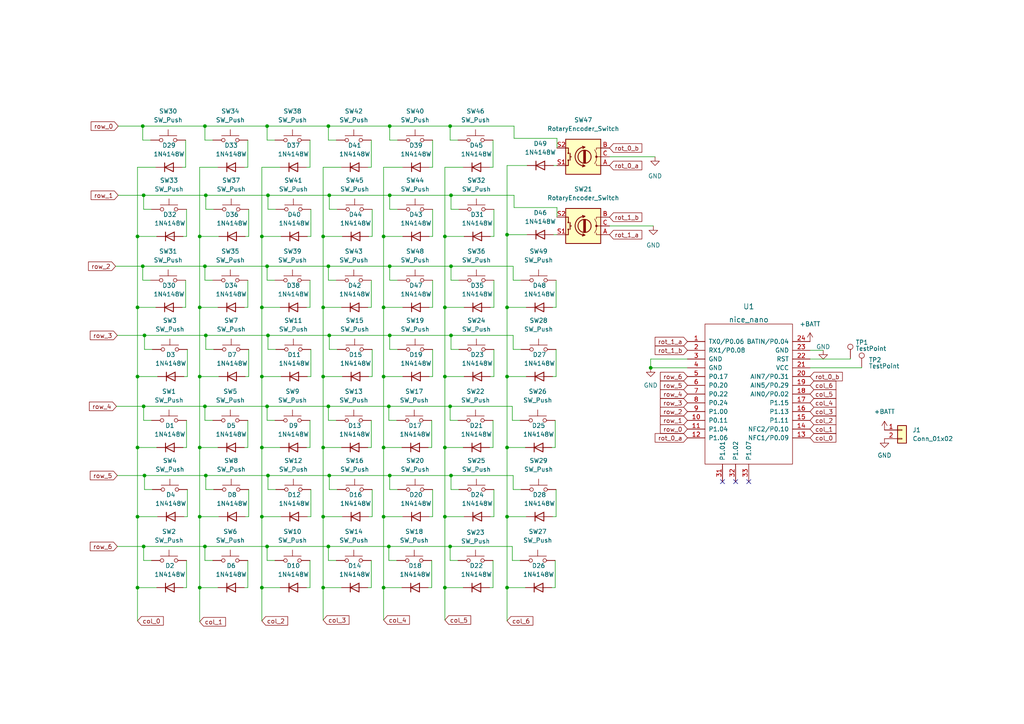
<source format=kicad_sch>
(kicad_sch (version 20211123) (generator eeschema)
  (paper "A4")
  (junction (at 93.726 68.58))
  (junction (at 75.946 89.154))
  (junction (at 59.436 77.216))
  (junction (at 39.878 68.58))
  (junction (at 112.776 158.496))
  (junction (at 41.402 77.216))
  (junction (at 41.91 137.922))
  (junction (at 130.81 56.642))
  (junction (at 75.946 68.58))
  (junction (at 57.912 89.154))
  (junction (at 77.724 137.922))
  (junction (at 41.402 36.576))
  (junction (at 129.032 89.154))
  (junction (at 77.724 97.282))
  (junction (at 147.066 129.794))
  (junction (at 130.81 97.282))
  (junction (at 93.726 129.794))
  (junction (at 57.912 129.794))
  (junction (at 77.47 36.576))
  (junction (at 93.726 170.434))
  (junction (at 77.47 117.856))
  (junction (at 113.03 97.282))
  (junction (at 57.912 68.58))
  (junction (at 57.912 109.22))
  (junction (at 113.03 137.922))
  (junction (at 77.47 158.496))
  (junction (at 39.878 109.22))
  (junction (at 39.878 149.86))
  (junction (at 95.504 56.642))
  (junction (at 75.946 149.86))
  (junction (at 130.81 77.216))
  (junction (at 77.47 77.216))
  (junction (at 95.504 137.922))
  (junction (at 111.252 129.794))
  (junction (at 130.556 117.856))
  (junction (at 129.032 170.434))
  (junction (at 95.25 77.216))
  (junction (at 147.066 170.434))
  (junction (at 129.032 109.22))
  (junction (at 129.032 68.58))
  (junction (at 113.03 56.642))
  (junction (at 129.032 149.86))
  (junction (at 130.556 36.576))
  (junction (at 39.878 170.434))
  (junction (at 111.252 170.434))
  (junction (at 41.91 97.282))
  (junction (at 147.066 149.86))
  (junction (at 93.726 109.22))
  (junction (at 75.946 129.794))
  (junction (at 113.03 77.216))
  (junction (at 57.912 149.86))
  (junction (at 93.726 89.154))
  (junction (at 130.556 158.496))
  (junction (at 41.656 56.642))
  (junction (at 147.066 89.154))
  (junction (at 41.656 158.496))
  (junction (at 111.252 109.22))
  (junction (at 130.81 137.922))
  (junction (at 147.066 68.072))
  (junction (at 95.25 117.856))
  (junction (at 129.032 129.794))
  (junction (at 59.69 56.642))
  (junction (at 113.03 36.576))
  (junction (at 41.656 117.856))
  (junction (at 188.722 106.68))
  (junction (at 95.25 158.496))
  (junction (at 57.912 170.434))
  (junction (at 95.504 97.282))
  (junction (at 112.776 117.856))
  (junction (at 59.69 137.922))
  (junction (at 93.726 149.86))
  (junction (at 111.252 68.58))
  (junction (at 59.436 117.856))
  (junction (at 77.724 56.642))
  (junction (at 39.878 129.794))
  (junction (at 75.946 109.22))
  (junction (at 59.69 97.282))
  (junction (at 95.25 36.576))
  (junction (at 147.066 109.22))
  (junction (at 39.878 89.154))
  (junction (at 59.436 158.496))
  (junction (at 75.946 170.434))
  (junction (at 111.252 89.154))
  (junction (at 59.436 36.576))
  (junction (at 111.252 149.86))
  (no_connect (at 217.17 139.7))
  (no_connect (at 209.55 139.7))
  (no_connect (at 213.36 139.7))
  (wire (pts (xy 148.844 141.986) (xy 148.844 137.922)))
  (wire (pts (xy 77.47 158.496) (xy 95.25 158.496)))
  (wire (pts (xy 59.69 141.986) (xy 59.69 137.922)))
  (wire (pts (xy 161.29 89.154) (xy 160.274 89.154)))
  (wire (pts (xy 61.722 81.28) (xy 59.436 81.28)))
  (wire (pts (xy 149.098 56.642) (xy 149.098 60.198)))
  (wire (pts (xy 77.724 97.282) (xy 59.69 97.282)))
  (wire (pts (xy 125.476 40.64) (xy 125.476 48.514)))
  (wire (pts (xy 54.102 162.56) (xy 54.102 170.434)))
  (wire (pts (xy 43.688 40.64) (xy 41.402 40.64)))
  (wire (pts (xy 93.726 129.794) (xy 93.726 149.86)))
  (wire (pts (xy 111.252 149.86) (xy 116.84 149.86)))
  (wire (pts (xy 147.066 89.154) (xy 147.066 109.22)))
  (wire (pts (xy 148.59 121.92) (xy 148.59 117.856)))
  (wire (pts (xy 39.878 170.434) (xy 39.878 180.086)))
  (wire (pts (xy 161.036 129.794) (xy 160.02 129.794)))
  (wire (pts (xy 57.912 89.154) (xy 57.912 109.22)))
  (wire (pts (xy 113.03 141.986) (xy 113.03 137.922)))
  (wire (pts (xy 107.696 121.92) (xy 107.696 129.794)))
  (wire (pts (xy 133.096 101.346) (xy 130.81 101.346)))
  (wire (pts (xy 75.946 149.86) (xy 75.946 170.434)))
  (wire (pts (xy 54.356 149.86) (xy 53.34 149.86)))
  (wire (pts (xy 59.69 97.282) (xy 41.91 97.282)))
  (wire (pts (xy 143.002 162.56) (xy 143.002 170.434)))
  (wire (pts (xy 151.13 81.28) (xy 148.844 81.28)))
  (wire (pts (xy 107.95 68.58) (xy 106.934 68.58)))
  (wire (pts (xy 54.102 68.58) (xy 53.086 68.58)))
  (wire (pts (xy 129.032 170.434) (xy 134.366 170.434)))
  (wire (pts (xy 59.69 137.922) (xy 77.724 137.922)))
  (wire (pts (xy 147.066 109.22) (xy 147.066 129.794)))
  (wire (pts (xy 130.556 40.64) (xy 130.556 36.576)))
  (wire (pts (xy 57.912 149.86) (xy 63.5 149.86)))
  (wire (pts (xy 89.916 129.794) (xy 88.9 129.794)))
  (wire (pts (xy 107.696 129.794) (xy 106.68 129.794)))
  (wire (pts (xy 43.942 121.92) (xy 41.656 121.92)))
  (wire (pts (xy 161.544 68.072) (xy 160.528 68.072)))
  (wire (pts (xy 130.81 60.706) (xy 130.81 56.642)))
  (wire (pts (xy 93.726 89.154) (xy 93.726 109.22)))
  (wire (pts (xy 89.916 81.28) (xy 89.916 89.154)))
  (wire (pts (xy 125.476 48.514) (xy 124.46 48.514)))
  (wire (pts (xy 54.356 101.346) (xy 54.356 109.22)))
  (wire (pts (xy 143.256 89.154) (xy 142.24 89.154)))
  (wire (pts (xy 151.13 101.346) (xy 148.844 101.346)))
  (wire (pts (xy 125.222 121.92) (xy 125.222 129.794)))
  (wire (pts (xy 115.062 121.92) (xy 112.776 121.92)))
  (wire (pts (xy 71.882 170.434) (xy 70.866 170.434)))
  (wire (pts (xy 93.726 129.794) (xy 99.06 129.794)))
  (wire (pts (xy 129.032 89.154) (xy 134.62 89.154)))
  (wire (pts (xy 115.316 40.64) (xy 113.03 40.64)))
  (wire (pts (xy 75.946 68.58) (xy 81.534 68.58)))
  (wire (pts (xy 148.844 81.28) (xy 148.844 77.216)))
  (wire (pts (xy 111.252 129.794) (xy 116.586 129.794)))
  (wire (pts (xy 129.032 89.154) (xy 129.032 109.22)))
  (wire (pts (xy 143.002 129.794) (xy 141.986 129.794)))
  (wire (pts (xy 79.756 81.28) (xy 77.47 81.28)))
  (wire (pts (xy 147.066 89.154) (xy 152.654 89.154)))
  (wire (pts (xy 95.25 77.216) (xy 113.03 77.216)))
  (wire (pts (xy 89.916 121.92) (xy 89.916 129.794)))
  (wire (pts (xy 188.722 106.68) (xy 199.39 106.68)))
  (wire (pts (xy 129.032 129.794) (xy 129.032 149.86)))
  (wire (pts (xy 143.002 170.434) (xy 141.986 170.434)))
  (wire (pts (xy 80.01 60.706) (xy 77.724 60.706)))
  (wire (pts (xy 59.436 77.216) (xy 77.47 77.216)))
  (wire (pts (xy 72.136 141.986) (xy 72.136 149.86)))
  (wire (pts (xy 143.256 109.22) (xy 142.24 109.22)))
  (wire (pts (xy 125.476 141.986) (xy 125.476 149.86)))
  (wire (pts (xy 125.476 81.28) (xy 125.476 89.154)))
  (wire (pts (xy 143.002 121.92) (xy 143.002 129.794)))
  (wire (pts (xy 90.17 109.22) (xy 89.154 109.22)))
  (wire (pts (xy 93.726 149.86) (xy 93.726 170.434)))
  (wire (pts (xy 95.504 97.282) (xy 77.724 97.282)))
  (wire (pts (xy 79.756 162.56) (xy 77.47 162.56)))
  (wire (pts (xy 97.79 141.986) (xy 95.504 141.986)))
  (wire (pts (xy 71.882 89.154) (xy 70.866 89.154)))
  (wire (pts (xy 125.222 129.794) (xy 124.206 129.794)))
  (wire (pts (xy 143.002 48.514) (xy 141.986 48.514)))
  (wire (pts (xy 80.01 101.346) (xy 77.724 101.346)))
  (wire (pts (xy 143.256 81.28) (xy 143.256 89.154)))
  (wire (pts (xy 111.252 170.434) (xy 111.252 179.832)))
  (wire (pts (xy 75.946 89.154) (xy 81.28 89.154)))
  (wire (pts (xy 130.81 56.642) (xy 149.098 56.642)))
  (wire (pts (xy 39.878 149.86) (xy 45.72 149.86)))
  (wire (pts (xy 107.95 60.706) (xy 107.95 68.58)))
  (wire (pts (xy 112.776 162.56) (xy 112.776 158.496)))
  (wire (pts (xy 234.95 106.68) (xy 249.936 106.68)))
  (wire (pts (xy 147.066 170.434) (xy 152.4 170.434)))
  (wire (pts (xy 199.39 104.14) (xy 188.722 104.14)))
  (wire (pts (xy 143.256 141.986) (xy 143.256 149.86)))
  (wire (pts (xy 75.946 48.514) (xy 75.946 68.58)))
  (wire (pts (xy 41.656 158.496) (xy 59.436 158.496)))
  (wire (pts (xy 107.696 40.64) (xy 107.696 48.514)))
  (wire (pts (xy 97.79 60.706) (xy 95.504 60.706)))
  (wire (pts (xy 129.032 129.794) (xy 134.366 129.794)))
  (wire (pts (xy 161.036 121.92) (xy 161.036 129.794)))
  (wire (pts (xy 161.29 109.22) (xy 160.274 109.22)))
  (wire (pts (xy 161.036 162.56) (xy 161.036 170.434)))
  (wire (pts (xy 149.098 36.576) (xy 149.098 40.132)))
  (wire (pts (xy 93.726 48.514) (xy 93.726 68.58)))
  (wire (pts (xy 39.878 89.154) (xy 45.212 89.154)))
  (wire (pts (xy 71.882 121.92) (xy 71.882 129.794)))
  (wire (pts (xy 57.912 170.434) (xy 57.912 180.34)))
  (wire (pts (xy 161.29 81.28) (xy 161.29 89.154)))
  (wire (pts (xy 61.976 60.706) (xy 59.69 60.706)))
  (wire (pts (xy 147.066 48.006) (xy 152.908 48.006)))
  (wire (pts (xy 72.136 101.346) (xy 72.136 109.22)))
  (wire (pts (xy 97.79 101.346) (xy 95.504 101.346)))
  (wire (pts (xy 77.47 77.216) (xy 95.25 77.216)))
  (wire (pts (xy 57.912 170.434) (xy 63.246 170.434)))
  (wire (pts (xy 93.726 48.514) (xy 99.06 48.514)))
  (wire (pts (xy 95.504 101.346) (xy 95.504 97.282)))
  (wire (pts (xy 143.256 68.58) (xy 142.24 68.58)))
  (wire (pts (xy 111.252 170.434) (xy 116.586 170.434)))
  (wire (pts (xy 54.356 109.22) (xy 53.34 109.22)))
  (wire (pts (xy 72.136 68.58) (xy 71.12 68.58)))
  (wire (pts (xy 107.95 149.86) (xy 106.934 149.86)))
  (wire (pts (xy 95.25 121.92) (xy 95.25 117.856)))
  (wire (pts (xy 43.942 162.56) (xy 41.656 162.56)))
  (wire (pts (xy 59.436 81.28) (xy 59.436 77.216)))
  (wire (pts (xy 132.842 40.64) (xy 130.556 40.64)))
  (wire (pts (xy 57.912 89.154) (xy 63.246 89.154)))
  (wire (pts (xy 77.47 36.576) (xy 95.25 36.576)))
  (wire (pts (xy 176.784 65.532) (xy 189.484 65.532)))
  (wire (pts (xy 150.876 121.92) (xy 148.59 121.92)))
  (wire (pts (xy 57.912 48.514) (xy 57.912 68.58)))
  (wire (pts (xy 130.81 77.216) (xy 148.844 77.216)))
  (wire (pts (xy 151.13 141.986) (xy 148.844 141.986)))
  (wire (pts (xy 53.848 89.154) (xy 52.832 89.154)))
  (wire (pts (xy 113.03 60.706) (xy 113.03 56.642)))
  (wire (pts (xy 111.252 89.154) (xy 111.252 109.22)))
  (wire (pts (xy 90.17 149.86) (xy 89.154 149.86)))
  (wire (pts (xy 125.476 101.346) (xy 125.476 109.22)))
  (wire (pts (xy 111.252 109.22) (xy 111.252 129.794)))
  (wire (pts (xy 107.696 81.28) (xy 107.696 89.154)))
  (wire (pts (xy 93.726 149.86) (xy 99.314 149.86)))
  (wire (pts (xy 125.476 60.706) (xy 125.476 68.58)))
  (wire (pts (xy 54.102 60.706) (xy 54.102 68.58)))
  (wire (pts (xy 129.032 48.514) (xy 134.366 48.514)))
  (wire (pts (xy 57.912 129.794) (xy 57.912 149.86)))
  (wire (pts (xy 77.724 101.346) (xy 77.724 97.282)))
  (wire (pts (xy 41.656 60.706) (xy 41.656 56.642)))
  (wire (pts (xy 71.882 48.514) (xy 70.866 48.514)))
  (wire (pts (xy 59.69 60.706) (xy 59.69 56.642)))
  (wire (pts (xy 90.17 101.346) (xy 90.17 109.22)))
  (wire (pts (xy 54.102 170.434) (xy 53.086 170.434)))
  (wire (pts (xy 95.504 60.706) (xy 95.504 56.642)))
  (wire (pts (xy 113.03 56.642) (xy 130.81 56.642)))
  (wire (pts (xy 93.726 170.434) (xy 99.06 170.434)))
  (wire (pts (xy 93.726 68.58) (xy 99.314 68.58)))
  (wire (pts (xy 95.25 40.64) (xy 95.25 36.576)))
  (wire (pts (xy 75.946 109.22) (xy 81.534 109.22)))
  (wire (pts (xy 44.196 101.346) (xy 41.91 101.346)))
  (wire (pts (xy 161.544 48.006) (xy 160.528 48.006)))
  (wire (pts (xy 130.556 121.92) (xy 130.556 117.856)))
  (wire (pts (xy 115.062 162.56) (xy 112.776 162.56)))
  (wire (pts (xy 71.882 162.56) (xy 71.882 170.434)))
  (wire (pts (xy 77.724 56.642) (xy 95.504 56.642)))
  (wire (pts (xy 34.036 97.282) (xy 41.91 97.282)))
  (wire (pts (xy 75.946 129.794) (xy 81.28 129.794)))
  (wire (pts (xy 41.656 117.856) (xy 59.436 117.856)))
  (wire (pts (xy 113.03 97.282) (xy 95.504 97.282)))
  (wire (pts (xy 41.656 56.642) (xy 59.69 56.642)))
  (wire (pts (xy 54.102 121.92) (xy 54.102 129.794)))
  (wire (pts (xy 147.066 109.22) (xy 152.654 109.22)))
  (wire (pts (xy 75.946 68.58) (xy 75.946 89.154)))
  (wire (pts (xy 113.03 81.28) (xy 113.03 77.216)))
  (wire (pts (xy 112.776 117.856) (xy 130.556 117.856)))
  (wire (pts (xy 89.916 40.64) (xy 89.916 48.514)))
  (wire (pts (xy 93.726 109.22) (xy 99.314 109.22)))
  (wire (pts (xy 133.096 81.28) (xy 130.81 81.28)))
  (wire (pts (xy 72.136 109.22) (xy 71.12 109.22)))
  (wire (pts (xy 125.222 170.434) (xy 124.206 170.434)))
  (wire (pts (xy 97.536 121.92) (xy 95.25 121.92)))
  (wire (pts (xy 54.102 129.794) (xy 53.086 129.794)))
  (wire (pts (xy 57.912 109.22) (xy 57.912 129.794)))
  (wire (pts (xy 107.95 109.22) (xy 106.934 109.22)))
  (wire (pts (xy 107.696 162.56) (xy 107.696 170.434)))
  (wire (pts (xy 107.696 170.434) (xy 106.68 170.434)))
  (wire (pts (xy 57.912 109.22) (xy 63.5 109.22)))
  (wire (pts (xy 75.946 129.794) (xy 75.946 149.86)))
  (wire (pts (xy 111.252 48.514) (xy 111.252 68.58)))
  (wire (pts (xy 246.634 104.14) (xy 246.634 103.886)))
  (wire (pts (xy 147.066 149.86) (xy 147.066 170.434)))
  (wire (pts (xy 147.066 68.072) (xy 147.066 89.154)))
  (wire (pts (xy 115.316 101.346) (xy 113.03 101.346)))
  (wire (pts (xy 90.17 68.58) (xy 89.154 68.58)))
  (wire (pts (xy 125.476 149.86) (xy 124.46 149.86)))
  (wire (pts (xy 77.724 141.986) (xy 77.724 137.922)))
  (wire (pts (xy 113.03 40.64) (xy 113.03 36.576)))
  (wire (pts (xy 97.536 81.28) (xy 95.25 81.28)))
  (wire (pts (xy 107.696 89.154) (xy 106.68 89.154)))
  (wire (pts (xy 115.316 141.986) (xy 113.03 141.986)))
  (wire (pts (xy 149.098 40.132) (xy 161.544 40.132)))
  (wire (pts (xy 129.032 149.86) (xy 134.62 149.86)))
  (wire (pts (xy 95.25 81.28) (xy 95.25 77.216)))
  (wire (pts (xy 129.032 68.58) (xy 129.032 89.154)))
  (wire (pts (xy 93.726 170.434) (xy 93.726 179.832)))
  (wire (pts (xy 34.036 137.922) (xy 41.91 137.922)))
  (wire (pts (xy 89.916 170.434) (xy 88.9 170.434)))
  (wire (pts (xy 34.036 158.496) (xy 41.656 158.496)))
  (wire (pts (xy 113.03 36.576) (xy 130.556 36.576)))
  (wire (pts (xy 34.29 56.642) (xy 41.656 56.642)))
  (wire (pts (xy 143.256 101.346) (xy 143.256 109.22)))
  (wire (pts (xy 61.722 40.64) (xy 59.436 40.64)))
  (wire (pts (xy 41.402 81.28) (xy 41.402 77.216)))
  (wire (pts (xy 77.47 162.56) (xy 77.47 158.496)))
  (wire (pts (xy 129.032 68.58) (xy 134.62 68.58)))
  (wire (pts (xy 89.916 89.154) (xy 88.9 89.154)))
  (wire (pts (xy 41.402 40.64) (xy 41.402 36.576)))
  (wire (pts (xy 57.912 68.58) (xy 63.5 68.58)))
  (wire (pts (xy 39.878 129.794) (xy 39.878 149.86)))
  (wire (pts (xy 129.032 170.434) (xy 129.032 179.832)))
  (wire (pts (xy 188.722 104.14) (xy 188.722 106.68)))
  (wire (pts (xy 53.848 40.64) (xy 53.848 48.514)))
  (wire (pts (xy 59.436 36.576) (xy 77.47 36.576)))
  (wire (pts (xy 133.096 141.986) (xy 130.81 141.986)))
  (wire (pts (xy 53.848 81.28) (xy 53.848 89.154)))
  (wire (pts (xy 147.066 170.434) (xy 147.066 180.086)))
  (wire (pts (xy 115.316 60.706) (xy 113.03 60.706)))
  (wire (pts (xy 111.252 68.58) (xy 111.252 89.154)))
  (wire (pts (xy 79.756 121.92) (xy 77.47 121.92)))
  (wire (pts (xy 33.782 117.856) (xy 41.656 117.856)))
  (wire (pts (xy 132.842 121.92) (xy 130.556 121.92)))
  (wire (pts (xy 59.436 158.496) (xy 77.47 158.496)))
  (wire (pts (xy 95.25 162.56) (xy 95.25 158.496)))
  (wire (pts (xy 161.544 60.198) (xy 161.544 62.992)))
  (wire (pts (xy 41.402 36.576) (xy 34.29 36.576)))
  (wire (pts (xy 93.726 89.154) (xy 99.06 89.154)))
  (wire (pts (xy 72.136 60.706) (xy 72.136 68.58)))
  (wire (pts (xy 234.95 101.6) (xy 238.76 101.6)))
  (wire (pts (xy 129.032 149.86) (xy 129.032 170.434)))
  (wire (pts (xy 39.878 89.154) (xy 39.878 109.22)))
  (wire (pts (xy 130.81 97.282) (xy 113.03 97.282)))
  (wire (pts (xy 57.912 149.86) (xy 57.912 170.434)))
  (wire (pts (xy 130.556 117.856) (xy 148.59 117.856)))
  (wire (pts (xy 41.402 36.576) (xy 59.436 36.576)))
  (wire (pts (xy 112.776 158.496) (xy 130.556 158.496)))
  (wire (pts (xy 39.878 109.22) (xy 39.878 129.794)))
  (wire (pts (xy 130.81 101.346) (xy 130.81 97.282)))
  (wire (pts (xy 125.222 162.56) (xy 125.222 170.434)))
  (wire (pts (xy 125.476 109.22) (xy 124.46 109.22)))
  (wire (pts (xy 95.504 137.922) (xy 113.03 137.922)))
  (wire (pts (xy 33.528 77.216) (xy 41.402 77.216)))
  (wire (pts (xy 39.878 149.86) (xy 39.878 170.434)))
  (wire (pts (xy 59.436 40.64) (xy 59.436 36.576)))
  (wire (pts (xy 107.95 141.986) (xy 107.95 149.86)))
  (wire (pts (xy 77.47 117.856) (xy 95.25 117.856)))
  (wire (pts (xy 89.916 162.56) (xy 89.916 170.434)))
  (wire (pts (xy 77.724 137.922) (xy 95.504 137.922)))
  (wire (pts (xy 234.95 104.14) (xy 246.634 104.14)))
  (wire (pts (xy 113.03 137.922) (xy 130.81 137.922)))
  (wire (pts (xy 41.656 121.92) (xy 41.656 117.856)))
  (wire (pts (xy 150.876 162.56) (xy 148.59 162.56)))
  (wire (pts (xy 97.536 40.64) (xy 95.25 40.64)))
  (wire (pts (xy 161.036 170.434) (xy 160.02 170.434)))
  (wire (pts (xy 133.096 60.706) (xy 130.81 60.706)))
  (wire (pts (xy 148.844 101.346) (xy 148.844 97.282)))
  (wire (pts (xy 130.556 162.56) (xy 130.556 158.496)))
  (wire (pts (xy 41.656 162.56) (xy 41.656 158.496)))
  (wire (pts (xy 149.098 60.198) (xy 161.544 60.198)))
  (wire (pts (xy 39.878 109.22) (xy 45.72 109.22)))
  (wire (pts (xy 132.842 162.56) (xy 130.556 162.56)))
  (wire (pts (xy 89.916 48.514) (xy 88.9 48.514)))
  (wire (pts (xy 44.196 141.986) (xy 41.91 141.986)))
  (wire (pts (xy 113.03 77.216) (xy 130.81 77.216)))
  (wire (pts (xy 97.536 162.56) (xy 95.25 162.56)))
  (wire (pts (xy 113.03 101.346) (xy 113.03 97.282)))
  (wire (pts (xy 41.402 77.216) (xy 59.436 77.216)))
  (wire (pts (xy 147.066 48.006) (xy 147.066 68.072)))
  (wire (pts (xy 129.032 48.514) (xy 129.032 68.58)))
  (wire (pts (xy 61.976 141.986) (xy 59.69 141.986)))
  (wire (pts (xy 111.252 68.58) (xy 116.84 68.58)))
  (wire (pts (xy 59.436 117.856) (xy 77.47 117.856)))
  (wire (pts (xy 77.47 81.28) (xy 77.47 77.216)))
  (wire (pts (xy 39.878 68.58) (xy 45.466 68.58)))
  (wire (pts (xy 90.17 60.706) (xy 90.17 68.58)))
  (wire (pts (xy 75.946 109.22) (xy 75.946 129.794)))
  (wire (pts (xy 107.95 101.346) (xy 107.95 109.22)))
  (wire (pts (xy 57.912 68.58) (xy 57.912 89.154)))
  (wire (pts (xy 43.942 60.706) (xy 41.656 60.706)))
  (wire (pts (xy 107.696 48.514) (xy 106.68 48.514)))
  (wire (pts (xy 95.504 141.986) (xy 95.504 137.922)))
  (wire (pts (xy 41.91 101.346) (xy 41.91 97.282)))
  (wire (pts (xy 148.844 97.282) (xy 130.81 97.282)))
  (wire (pts (xy 249.936 106.68) (xy 249.936 106.426)))
  (wire (pts (xy 143.002 40.64) (xy 143.002 48.514)))
  (wire (pts (xy 129.032 109.22) (xy 129.032 129.794)))
  (wire (pts (xy 72.136 149.86) (xy 71.12 149.86)))
  (wire (pts (xy 95.25 158.496) (xy 112.776 158.496)))
  (wire (pts (xy 125.476 89.154) (xy 124.46 89.154)))
  (wire (pts (xy 61.722 162.56) (xy 59.436 162.56)))
  (wire (pts (xy 147.066 68.072) (xy 152.908 68.072)))
  (wire (pts (xy 59.436 121.92) (xy 59.436 117.856)))
  (wire (pts (xy 77.47 121.92) (xy 77.47 117.856)))
  (wire (pts (xy 130.81 81.28) (xy 130.81 77.216)))
  (wire (pts (xy 95.25 36.576) (xy 113.03 36.576)))
  (wire (pts (xy 111.252 89.154) (xy 116.84 89.154)))
  (wire (pts (xy 147.066 129.794) (xy 152.4 129.794)))
  (wire (pts (xy 54.356 141.986) (xy 54.356 149.86)))
  (wire (pts (xy 80.01 141.986) (xy 77.724 141.986)))
  (wire (pts (xy 161.29 101.346) (xy 161.29 109.22)))
  (wire (pts (xy 176.784 45.466) (xy 189.992 45.466)))
  (wire (pts (xy 95.504 56.642) (xy 113.03 56.642)))
  (wire (pts (xy 61.722 121.92) (xy 59.436 121.92)))
  (wire (pts (xy 161.29 141.986) (xy 161.29 149.86)))
  (wire (pts (xy 143.256 149.86) (xy 142.24 149.86)))
  (wire (pts (xy 130.81 141.986) (xy 130.81 137.922)))
  (wire (pts (xy 39.878 68.58) (xy 39.878 89.154)))
  (wire (pts (xy 130.556 158.496) (xy 148.59 158.496)))
  (wire (pts (xy 71.882 81.28) (xy 71.882 89.154)))
  (wire (pts (xy 77.724 60.706) (xy 77.724 56.642)))
  (wire (pts (xy 41.91 137.922) (xy 59.69 137.922)))
  (wire (pts (xy 77.47 40.64) (xy 77.47 36.576)))
  (wire (pts (xy 95.25 117.856) (xy 112.776 117.856)))
  (wire (pts (xy 111.252 149.86) (xy 111.252 170.434)))
  (wire (pts (xy 75.946 89.154) (xy 75.946 109.22)))
  (wire (pts (xy 161.29 149.86) (xy 160.274 149.86)))
  (wire (pts (xy 130.556 36.576) (xy 149.098 36.576)))
  (wire (pts (xy 39.878 48.514) (xy 45.212 48.514)))
  (wire (pts (xy 75.946 149.86) (xy 81.534 149.86)))
  (wire (pts (xy 53.848 48.514) (xy 52.832 48.514)))
  (wire (pts (xy 39.878 170.434) (xy 45.466 170.434)))
  (wire (pts (xy 112.776 121.92) (xy 112.776 117.856)))
  (wire (pts (xy 143.256 60.706) (xy 143.256 68.58)))
  (wire (pts (xy 39.878 48.514) (xy 39.878 68.58)))
  (wire (pts (xy 147.066 129.794) (xy 147.066 149.86)))
  (wire (pts (xy 61.976 101.346) (xy 59.69 101.346)))
  (wire (pts (xy 71.882 129.794) (xy 70.866 129.794)))
  (wire (pts (xy 59.69 56.642) (xy 77.724 56.642)))
  (wire (pts (xy 129.032 109.22) (xy 134.62 109.22)))
  (wire (pts (xy 75.946 170.434) (xy 81.28 170.434)))
  (wire (pts (xy 93.726 68.58) (xy 93.726 89.154)))
  (wire (pts (xy 59.436 162.56) (xy 59.436 158.496)))
  (wire (pts (xy 115.316 81.28) (xy 113.03 81.28)))
  (wire (pts (xy 93.726 109.22) (xy 93.726 129.794)))
  (wire (pts (xy 79.756 40.64) (xy 77.47 40.64)))
  (wire (pts (xy 75.946 170.434) (xy 75.946 180.086)))
  (wire (pts (xy 75.946 48.514) (xy 81.28 48.514)))
  (wire (pts (xy 59.69 101.346) (xy 59.69 97.282)))
  (wire (pts (xy 41.91 141.986) (xy 41.91 137.922)))
  (wire (pts (xy 71.882 40.64) (xy 71.882 48.514)))
  (wire (pts (xy 148.59 162.56) (xy 148.59 158.496)))
  (wire (pts (xy 111.252 48.514) (xy 116.84 48.514)))
  (wire (pts (xy 90.17 141.986) (xy 90.17 149.86)))
  (wire (pts (xy 111.252 129.794) (xy 111.252 149.86)))
  (wire (pts (xy 111.252 109.22) (xy 116.84 109.22)))
  (wire (pts (xy 130.81 137.922) (xy 148.844 137.922)))
  (wire (pts (xy 125.476 68.58) (xy 124.46 68.58)))
  (wire (pts (xy 57.912 48.514) (xy 63.246 48.514)))
  (wire (pts (xy 161.544 40.132) (xy 161.544 42.926)))
  (wire (pts (xy 147.066 149.86) (xy 152.654 149.86)))
  (wire (pts (xy 57.912 129.794) (xy 63.246 129.794)))
  (wire (pts (xy 39.878 129.794) (xy 45.466 129.794)))
  (wire (pts (xy 43.688 81.28) (xy 41.402 81.28)))
  (global_label "row_6" (shape input) (at 34.036 158.496 180) (property "Intersheet References" "${INTERSHEET_REFS}" (effects hide)))
  (global_label "rot_1_a" (shape input) (at 199.39 99.06 180) (property "Intersheet References" "${INTERSHEET_REFS}" (effects hide)))
  (global_label "col_6" (shape input) (at 234.95 111.76 0) (property "Intersheet References" "${INTERSHEET_REFS}" (effects hide)))
  (global_label "row_2" (shape input) (at 199.39 119.38 180) (property "Intersheet References" "${INTERSHEET_REFS}" (effects hide)))
  (global_label "col_3" (shape input) (at 93.726 179.832 0) (property "Intersheet References" "${INTERSHEET_REFS}" (effects hide)))
  (global_label "row_2" (shape input) (at 33.528 77.216 180) (property "Intersheet References" "${INTERSHEET_REFS}" (effects hide)))
  (global_label "row_5" (shape input) (at 34.036 137.922 180) (property "Intersheet References" "${INTERSHEET_REFS}" (effects hide)))
  (global_label "rot_0_a" (shape input) (at 176.784 48.006 0) (property "Intersheet References" "${INTERSHEET_REFS}" (effects hide)))
  (global_label "row_1" (shape input) (at 34.29 56.642 180) (property "Intersheet References" "${INTERSHEET_REFS}" (effects hide)))
  (global_label "row_3" (shape input) (at 34.036 97.282 180) (property "Intersheet References" "${INTERSHEET_REFS}" (effects hide)))
  (global_label "row_0" (shape input) (at 34.29 36.576 180) (property "Intersheet References" "${INTERSHEET_REFS}" (effects hide)))
  (global_label "col_5" (shape input) (at 129.032 179.832 0) (property "Intersheet References" "${INTERSHEET_REFS}" (effects hide)))
  (global_label "col_1" (shape input) (at 57.912 180.34 0) (property "Intersheet References" "${INTERSHEET_REFS}" (effects hide)))
  (global_label "row_4" (shape input) (at 33.782 117.856 180) (property "Intersheet References" "${INTERSHEET_REFS}" (effects hide)))
  (global_label "col_2" (shape input) (at 234.95 121.92 0) (property "Intersheet References" "${INTERSHEET_REFS}" (effects hide)))
  (global_label "col_6" (shape input) (at 147.066 180.086 0) (property "Intersheet References" "${INTERSHEET_REFS}" (effects hide)))
  (global_label "col_2" (shape input) (at 75.946 180.086 0) (property "Intersheet References" "${INTERSHEET_REFS}" (effects hide)))
  (global_label "col_4" (shape input) (at 234.95 116.84 0) (property "Intersheet References" "${INTERSHEET_REFS}" (effects hide)))
  (global_label "row_3" (shape input) (at 199.39 116.84 180) (property "Intersheet References" "${INTERSHEET_REFS}" (effects hide)))
  (global_label "col_3" (shape input) (at 234.95 119.38 0) (property "Intersheet References" "${INTERSHEET_REFS}" (effects hide)))
  (global_label "row_4" (shape input) (at 199.39 114.3 180) (property "Intersheet References" "${INTERSHEET_REFS}" (effects hide)))
  (global_label "rot_0_b" (shape input) (at 176.784 42.926 0) (property "Intersheet References" "${INTERSHEET_REFS}" (effects hide)))
  (global_label "row_1" (shape input) (at 199.39 121.92 180) (property "Intersheet References" "${INTERSHEET_REFS}" (effects hide)))
  (global_label "rot_0_a" (shape input) (at 199.39 127 180) (property "Intersheet References" "${INTERSHEET_REFS}" (effects hide)))
  (global_label "col_0" (shape input) (at 234.95 127 0) (property "Intersheet References" "${INTERSHEET_REFS}" (effects hide)))
  (global_label "col_4" (shape input) (at 111.252 179.832 0) (property "Intersheet References" "${INTERSHEET_REFS}" (effects hide)))
  (global_label "rot_1_a" (shape input) (at 176.784 68.072 0) (property "Intersheet References" "${INTERSHEET_REFS}" (effects hide)))
  (global_label "row_6" (shape input) (at 199.39 109.22 180) (property "Intersheet References" "${INTERSHEET_REFS}" (effects hide)))
  (global_label "col_5" (shape input) (at 234.95 114.3 0) (property "Intersheet References" "${INTERSHEET_REFS}" (effects hide)))
  (global_label "row_0" (shape input) (at 199.39 124.46 180) (property "Intersheet References" "${INTERSHEET_REFS}" (effects hide)))
  (global_label "col_0" (shape input) (at 39.878 180.086 0) (property "Intersheet References" "${INTERSHEET_REFS}" (effects hide)))
  (global_label "rot_1_b" (shape input) (at 199.39 101.6 180) (property "Intersheet References" "${INTERSHEET_REFS}" (effects hide)))
  (global_label "row_5" (shape input) (at 199.39 111.76 180) (property "Intersheet References" "${INTERSHEET_REFS}" (effects hide)))
  (global_label "col_1" (shape input) (at 234.95 124.46 0) (property "Intersheet References" "${INTERSHEET_REFS}" (effects hide)))
  (global_label "rot_0_b" (shape input) (at 234.95 109.22 0) (property "Intersheet References" "${INTERSHEET_REFS}" (effects hide)))
  (global_label "rot_1_b" (shape input) (at 176.784 62.992 0) (property "Intersheet References" "${INTERSHEET_REFS}" (effects hide)))
  (symbol (lib_id "Diode:1N4148W") (at 49.53 109.22 0) (unit 1)
    (property "Reference" "D3" (at 49.53 102.87 0))
    (property "Value" "1N4148W" (at 49.53 105.41 0))
    (property "Footprint" "Diode_SMD:D_SOD-123" (effects hide))
    (property "Datasheet" "https://www.vishay.com/docs/85748/1n4148w.pdf" (effects hide))
  )
  (symbol (lib_id "Diode:1N4148W") (at 138.176 170.434 0) (unit 1)
    (property "Reference" "D22" (at 138.176 164.084 0))
    (property "Value" "1N4148W" (at 138.176 166.624 0))
    (property "Footprint" "Diode_SMD:D_SOD-123" (effects hide))
    (property "Datasheet" "https://www.vishay.com/docs/85748/1n4148w.pdf" (effects hide))
  )
  (symbol (lib_id "Diode:1N4148W") (at 67.31 109.22 0) (unit 1)
    (property "Reference" "D7" (at 67.31 102.87 0))
    (property "Value" "1N4148W" (at 67.31 105.41 0))
    (property "Footprint" "Diode_SMD:D_SOD-123" (effects hide))
    (property "Datasheet" "https://www.vishay.com/docs/85748/1n4148w.pdf" (effects hide))
  )
  (symbol (lib_id "Switch:SW_Push") (at 120.396 60.706 0) (unit 1)
    (property "Reference" "SW44" (at 120.396 52.324 0))
    (property "Value" "SW_Push" (at 120.396 54.864 0))
    (property "Footprint" "foostan:CherryMX_Hotswap" (effects hide))
  )
  (symbol (lib_id "Switch:SW_Push") (at 49.022 121.92 0) (unit 1)
    (property "Reference" "SW1" (at 49.022 113.538 0))
    (property "Value" "SW_Push" (at 49.022 116.078 0))
    (property "Footprint" "foostan:CherryMX_Hotswap" (effects hide))
  )
  (symbol (lib_id "power:+BATT") (at 256.54 124.714 0) (unit 1)
    (property "Reference" "#PWR03" (effects hide))
    (property "Value" "+BATT" (at 256.54 119.38 0))
  )
  (symbol (lib_id "Diode:1N4148W") (at 102.87 129.794 0) (unit 1)
    (property "Reference" "D13" (at 102.87 123.444 0))
    (property "Value" "1N4148W" (at 102.87 125.984 0))
    (property "Footprint" "Diode_SMD:D_SOD-123" (effects hide))
    (property "Datasheet" "https://www.vishay.com/docs/85748/1n4148w.pdf" (effects hide))
  )
  (symbol (lib_id "Switch:SW_Push") (at 102.87 60.706 0) (unit 1)
    (property "Reference" "SW45" (at 102.87 52.324 0))
    (property "Value" "SW_Push" (at 102.87 54.864 0))
    (property "Footprint" "foostan:CherryMX_Hotswap" (effects hide))
  )
  (symbol (lib_id "Diode:1N4148W") (at 138.176 48.514 0) (unit 1)
    (property "Reference" "D45" (at 138.176 42.164 0))
    (property "Value" "1N4148W" (at 138.176 44.704 0))
    (property "Footprint" "Diode_SMD:D_SOD-123" (effects hide))
    (property "Datasheet" "https://www.vishay.com/docs/85748/1n4148w.pdf" (effects hide))
  )
  (symbol (lib_id "Diode:1N4148W") (at 120.65 48.514 0) (unit 1)
    (property "Reference" "D39" (at 120.65 42.164 0))
    (property "Value" "1N4148W" (at 120.65 44.704 0))
    (property "Footprint" "Diode_SMD:D_SOD-123" (effects hide))
    (property "Datasheet" "https://www.vishay.com/docs/85748/1n4148w.pdf" (effects hide))
  )
  (symbol (lib_id "Switch:SW_Push") (at 102.87 101.346 0) (unit 1)
    (property "Reference" "SW15" (at 102.87 92.964 0))
    (property "Value" "SW_Push" (at 102.87 95.504 0))
    (property "Footprint" "foostan:CherryMX_Hotswap" (effects hide))
  )
  (symbol (lib_id "Connector:TestPoint") (at 246.634 103.886 0) (unit 1)
    (property "Reference" "TP1" (at 248.158 99.3139 0) (effects (justify left)))
    (property "Value" "TestPoint" (at 248.158 101.092 0) (effects (justify left)))
    (property "Footprint" "TestPoint:TestPoint_Pad_D4.0mm" (effects hide))
  )
  (symbol (lib_id "Switch:SW_Push") (at 66.802 81.28 0) (unit 1)
    (property "Reference" "SW35" (at 66.802 72.898 0))
    (property "Value" "SW_Push" (at 66.802 75.438 0))
    (property "Footprint" "foostan:CherryMX_Hotswap" (effects hide))
  )
  (symbol (lib_id "Diode:1N4148W") (at 67.31 68.58 0) (unit 1)
    (property "Reference" "D36" (at 67.31 62.23 0))
    (property "Value" "1N4148W" (at 67.31 64.77 0))
    (property "Footprint" "Diode_SMD:D_SOD-123" (effects hide))
    (property "Datasheet" "https://www.vishay.com/docs/85748/1n4148w.pdf" (effects hide))
  )
  (symbol (lib_id "Device:RotaryEncoder_Switch") (at 169.164 65.532 180) (unit 1)
    (property "Reference" "SW21" (at 169.164 54.864 0))
    (property "Value" "RotaryEncoder_Switch" (at 169.164 57.404 0))
    (property "Footprint" "foostan:RotaryEncoder_EC12-SW" (effects hide))
  )
  (symbol (lib_id "Switch:SW_Push") (at 67.056 101.346 0) (unit 1)
    (property "Reference" "SW7" (at 67.056 92.964 0))
    (property "Value" "SW_Push" (at 67.056 95.504 0))
    (property "Footprint" "foostan:CherryMX_Hotswap" (effects hide))
  )
  (symbol (lib_id "Switch:SW_Push") (at 66.802 40.64 0) (unit 1)
    (property "Reference" "SW34" (at 66.802 32.258 0))
    (property "Value" "SW_Push" (at 66.802 34.798 0))
    (property "Footprint" "foostan:CherryMX_Hotswap" (effects hide))
  )
  (symbol (lib_id "Diode:1N4148W") (at 120.65 89.154 0) (unit 1)
    (property "Reference" "D47" (at 120.65 82.804 0))
    (property "Value" "1N4148W" (at 120.65 85.344 0))
    (property "Footprint" "Diode_SMD:D_SOD-123" (effects hide))
    (property "Datasheet" "https://www.vishay.com/docs/85748/1n4148w.pdf" (effects hide))
  )
  (symbol (lib_id "Diode:1N4148W") (at 138.43 149.86 0) (unit 1)
    (property "Reference" "D24" (at 138.43 143.51 0))
    (property "Value" "1N4148W" (at 138.43 146.05 0))
    (property "Footprint" "Diode_SMD:D_SOD-123" (effects hide))
    (property "Datasheet" "https://www.vishay.com/docs/85748/1n4148w.pdf" (effects hide))
  )
  (symbol (lib_id "Switch:SW_Push") (at 102.616 40.64 0) (unit 1)
    (property "Reference" "SW42" (at 102.616 32.258 0))
    (property "Value" "SW_Push" (at 102.616 34.798 0))
    (property "Footprint" "foostan:CherryMX_Hotswap" (effects hide))
  )
  (symbol (lib_id "Device:RotaryEncoder_Switch") (at 169.164 45.466 180) (unit 1)
    (property "Reference" "SW47" (at 169.164 34.798 0))
    (property "Value" "RotaryEncoder_Switch" (at 169.164 37.338 0))
    (property "Footprint" "foostan:RotaryEncoder_EC12-SW" (effects hide))
  )
  (symbol (lib_id "Diode:1N4148W") (at 67.31 149.86 0) (unit 1)
    (property "Reference" "D8" (at 67.31 143.51 0))
    (property "Value" "1N4148W" (at 67.31 146.05 0))
    (property "Footprint" "Diode_SMD:D_SOD-123" (effects hide))
    (property "Datasheet" "https://www.vishay.com/docs/85748/1n4148w.pdf" (effects hide))
  )
  (symbol (lib_id "Diode:1N4148W") (at 138.43 68.58 0) (unit 1)
    (property "Reference" "D31" (at 138.43 62.23 0))
    (property "Value" "1N4148W" (at 138.43 64.77 0))
    (property "Footprint" "Diode_SMD:D_SOD-123" (effects hide))
    (property "Datasheet" "https://www.vishay.com/docs/85748/1n4148w.pdf" (effects hide))
  )
  (symbol (lib_id "Switch:SW_Push") (at 102.616 162.56 0) (unit 1)
    (property "Reference" "SW14" (at 102.616 154.178 0))
    (property "Value" "SW_Push" (at 102.616 156.718 0))
    (property "Footprint" "foostan:CherryMX_Hotswap" (effects hide))
  )
  (symbol (lib_id "Diode:1N4148W") (at 49.276 68.58 0) (unit 1)
    (property "Reference" "D32" (at 49.276 62.23 0))
    (property "Value" "1N4148W" (at 49.276 64.77 0))
    (property "Footprint" "Diode_SMD:D_SOD-123" (effects hide))
    (property "Datasheet" "https://www.vishay.com/docs/85748/1n4148w.pdf" (effects hide))
  )
  (symbol (lib_id "Diode:1N4148W") (at 102.87 48.514 0) (unit 1)
    (property "Reference" "D41" (at 102.87 42.164 0))
    (property "Value" "1N4148W" (at 102.87 44.704 0))
    (property "Footprint" "Diode_SMD:D_SOD-123" (effects hide))
    (property "Datasheet" "https://www.vishay.com/docs/85748/1n4148w.pdf" (effects hide))
  )
  (symbol (lib_id "Switch:SW_Push") (at 85.09 101.346 0) (unit 1)
    (property "Reference" "SW11" (at 85.09 92.964 0))
    (property "Value" "SW_Push" (at 85.09 95.504 0))
    (property "Footprint" "foostan:CherryMX_Hotswap" (effects hide))
  )
  (symbol (lib_id "Diode:1N4148W") (at 67.056 129.794 0) (unit 1)
    (property "Reference" "D5" (at 67.056 123.444 0))
    (property "Value" "1N4148W" (at 67.056 125.984 0))
    (property "Footprint" "Diode_SMD:D_SOD-123" (effects hide))
    (property "Datasheet" "https://www.vishay.com/docs/85748/1n4148w.pdf" (effects hide))
  )
  (symbol (lib_id "Diode:1N4148W") (at 156.718 68.072 0) (unit 1)
    (property "Reference" "D46" (at 156.718 61.722 0))
    (property "Value" "1N4148W" (at 156.718 64.262 0))
    (property "Footprint" "Diode_SMD:D_SOD-123" (effects hide))
    (property "Datasheet" "https://www.vishay.com/docs/85748/1n4148w.pdf" (effects hide))
  )
  (symbol (lib_id "Switch:SW_Push") (at 138.176 60.706 0) (unit 1)
    (property "Reference" "SW32" (at 138.176 52.324 0))
    (property "Value" "SW_Push" (at 138.176 54.864 0))
    (property "Footprint" "foostan:CherryMX_Hotswap" (effects hide))
  )
  (symbol (lib_id "Switch:SW_Push") (at 120.142 162.56 0) (unit 1)
    (property "Reference" "SW18" (at 120.142 154.178 0))
    (property "Value" "SW_Push" (at 120.142 156.718 0))
    (property "Footprint" "foostan:CherryMX_Hotswap" (effects hide))
  )
  (symbol (lib_id "Diode:1N4148W") (at 156.464 89.154 0) (unit 1)
    (property "Reference" "D48" (at 156.464 82.804 0))
    (property "Value" "1N4148W" (at 156.464 85.344 0))
    (property "Footprint" "Diode_SMD:D_SOD-123" (effects hide))
    (property "Datasheet" "https://www.vishay.com/docs/85748/1n4148w.pdf" (effects hide))
  )
  (symbol (lib_id "Switch:SW_Push") (at 48.768 40.64 0) (unit 1)
    (property "Reference" "SW30" (at 48.768 32.258 0))
    (property "Value" "SW_Push" (at 48.768 34.798 0))
    (property "Footprint" "foostan:CherryMX_Hotswap" (effects hide))
  )
  (symbol (lib_id "power:GND") (at 188.722 106.68 0) (unit 1)
    (property "Reference" "#PWR05" (effects hide))
    (property "Value" "GND" (at 188.722 111.76 0))
  )
  (symbol (lib_id "Diode:1N4148W") (at 156.21 129.794 0) (unit 1)
    (property "Reference" "D25" (at 156.21 123.444 0))
    (property "Value" "1N4148W" (at 156.21 125.984 0))
    (property "Footprint" "Diode_SMD:D_SOD-123" (effects hide))
    (property "Datasheet" "https://www.vishay.com/docs/85748/1n4148w.pdf" (effects hide))
  )
  (symbol (lib_id "Diode:1N4148W") (at 102.87 170.434 0) (unit 1)
    (property "Reference" "D14" (at 102.87 164.084 0))
    (property "Value" "1N4148W" (at 102.87 166.624 0))
    (property "Footprint" "Diode_SMD:D_SOD-123" (effects hide))
    (property "Datasheet" "https://www.vishay.com/docs/85748/1n4148w.pdf" (effects hide))
  )
  (symbol (lib_id "Diode:1N4148W") (at 49.276 170.434 0) (unit 1)
    (property "Reference" "D2" (at 49.276 164.084 0))
    (property "Value" "1N4148W" (at 49.276 166.624 0))
    (property "Footprint" "Diode_SMD:D_SOD-123" (effects hide))
    (property "Datasheet" "https://www.vishay.com/docs/85748/1n4148w.pdf" (effects hide))
  )
  (symbol (lib_id "Diode:1N4148W") (at 120.396 129.794 0) (unit 1)
    (property "Reference" "D17" (at 120.396 123.444 0))
    (property "Value" "1N4148W" (at 120.396 125.984 0))
    (property "Footprint" "Diode_SMD:D_SOD-123" (effects hide))
    (property "Datasheet" "https://www.vishay.com/docs/85748/1n4148w.pdf" (effects hide))
  )
  (symbol (lib_id "Switch:SW_Push") (at 67.056 141.986 0) (unit 1)
    (property "Reference" "SW8" (at 67.056 133.604 0))
    (property "Value" "SW_Push" (at 67.056 136.144 0))
    (property "Footprint" "foostan:CherryMX_Hotswap" (effects hide))
  )
  (symbol (lib_id "Switch:SW_Push") (at 156.21 101.346 0) (unit 1)
    (property "Reference" "SW28" (at 156.21 92.964 0))
    (property "Value" "SW_Push" (at 156.21 95.504 0))
    (property "Footprint" "foostan:CherryMX_Hotswap" (effects hide))
  )
  (symbol (lib_id "Switch:SW_Push") (at 156.21 141.986 0) (unit 1)
    (property "Reference" "SW29" (at 156.21 133.604 0))
    (property "Value" "SW_Push" (at 156.21 136.144 0))
    (property "Footprint" "foostan:CherryMX_Hotswap" (effects hide))
  )
  (symbol (lib_id "Diode:1N4148W") (at 156.718 48.006 0) (unit 1)
    (property "Reference" "D49" (at 156.718 41.656 0))
    (property "Value" "1N4148W" (at 156.718 44.196 0))
    (property "Footprint" "Diode_SMD:D_SOD-123" (effects hide))
    (property "Datasheet" "https://www.vishay.com/docs/85748/1n4148w.pdf" (effects hide))
  )
  (symbol (lib_id "Switch:SW_Push") (at 120.396 101.346 0) (unit 1)
    (property "Reference" "SW19" (at 120.396 92.964 0))
    (property "Value" "SW_Push" (at 120.396 95.504 0))
    (property "Footprint" "foostan:CherryMX_Hotswap" (effects hide))
  )
  (symbol (lib_id "Switch:SW_Push") (at 155.956 162.56 0) (unit 1)
    (property "Reference" "SW27" (at 155.956 154.178 0))
    (property "Value" "SW_Push" (at 155.956 156.718 0))
    (property "Footprint" "foostan:CherryMX_Hotswap" (effects hide))
  )
  (symbol (lib_id "Diode:1N4148W") (at 85.344 68.58 0) (unit 1)
    (property "Reference" "D40" (at 85.344 62.23 0))
    (property "Value" "1N4148W" (at 85.344 64.77 0))
    (property "Footprint" "Diode_SMD:D_SOD-123" (effects hide))
    (property "Datasheet" "https://www.vishay.com/docs/85748/1n4148w.pdf" (effects hide))
  )
  (symbol (lib_id "Switch:SW_Push") (at 120.142 121.92 0) (unit 1)
    (property "Reference" "SW17" (at 120.142 113.538 0))
    (property "Value" "SW_Push" (at 120.142 116.078 0))
    (property "Footprint" "foostan:CherryMX_Hotswap" (effects hide))
  )
  (symbol (lib_id "Diode:1N4148W") (at 85.344 109.22 0) (unit 1)
    (property "Reference" "D11" (at 85.344 102.87 0))
    (property "Value" "1N4148W" (at 85.344 105.41 0))
    (property "Footprint" "Diode_SMD:D_SOD-123" (effects hide))
    (property "Datasheet" "https://www.vishay.com/docs/85748/1n4148w.pdf" (effects hide))
  )
  (symbol (lib_id "Switch:SW_Push") (at 84.836 40.64 0) (unit 1)
    (property "Reference" "SW38" (at 84.836 32.258 0))
    (property "Value" "SW_Push" (at 84.836 34.798 0))
    (property "Footprint" "foostan:CherryMX_Hotswap" (effects hide))
  )
  (symbol (lib_id "Diode:1N4148W") (at 49.53 149.86 0) (unit 1)
    (property "Reference" "D4" (at 49.53 143.51 0))
    (property "Value" "1N4148W" (at 49.53 146.05 0))
    (property "Footprint" "Diode_SMD:D_SOD-123" (effects hide))
    (property "Datasheet" "https://www.vishay.com/docs/85748/1n4148w.pdf" (effects hide))
  )
  (symbol (lib_id "Switch:SW_Push") (at 67.056 60.706 0) (unit 1)
    (property "Reference" "SW37" (at 67.056 52.324 0))
    (property "Value" "SW_Push" (at 67.056 54.864 0))
    (property "Footprint" "foostan:CherryMX_Hotswap" (effects hide))
  )
  (symbol (lib_id "Diode:1N4148W") (at 49.276 129.794 0) (unit 1)
    (property "Reference" "D1" (at 49.276 123.444 0))
    (property "Value" "1N4148W" (at 49.276 125.984 0))
    (property "Footprint" "Diode_SMD:D_SOD-123" (effects hide))
    (property "Datasheet" "https://www.vishay.com/docs/85748/1n4148w.pdf" (effects hide))
  )
  (symbol (lib_id "Switch:SW_Push") (at 48.768 81.28 0) (unit 1)
    (property "Reference" "SW31" (at 48.768 72.898 0))
    (property "Value" "SW_Push" (at 48.768 75.438 0))
    (property "Footprint" "foostan:CherryMX_Hotswap" (effects hide))
  )
  (symbol (lib_id "Switch:SW_Push") (at 102.616 81.28 0) (unit 1)
    (property "Reference" "SW43" (at 102.616 72.898 0))
    (property "Value" "SW_Push" (at 102.616 75.438 0))
    (property "Footprint" "foostan:CherryMX_Hotswap" (effects hide))
  )
  (symbol (lib_id "Diode:1N4148W") (at 102.87 89.154 0) (unit 1)
    (property "Reference" "D42" (at 102.87 82.804 0))
    (property "Value" "1N4148W" (at 102.87 85.344 0))
    (property "Footprint" "Diode_SMD:D_SOD-123" (effects hide))
    (property "Datasheet" "https://www.vishay.com/docs/85748/1n4148w.pdf" (effects hide))
  )
  (symbol (lib_id "Switch:SW_Push") (at 120.396 141.986 0) (unit 1)
    (property "Reference" "SW20" (at 120.396 133.604 0))
    (property "Value" "SW_Push" (at 120.396 136.144 0))
    (property "Footprint" "foostan:CherryMX_Hotswap" (effects hide))
  )
  (symbol (lib_id "Connector:TestPoint") (at 249.936 106.426 0) (unit 1)
    (property "Reference" "TP2" (at 251.968 104.394 0) (effects (justify left)))
    (property "Value" "TestPoint" (at 251.968 106.172 0) (effects (justify left)))
    (property "Footprint" "TestPoint:TestPoint_Pad_D4.0mm" (effects hide))
  )
  (symbol (lib_id "Switch:SW_Push") (at 49.276 101.346 0) (unit 1)
    (property "Reference" "SW3" (at 49.276 92.964 0))
    (property "Value" "SW_Push" (at 49.276 95.504 0))
    (property "Footprint" "foostan:CherryMX_Hotswap" (effects hide))
  )
  (symbol (lib_id "Diode:1N4148W") (at 120.65 68.58 0) (unit 1)
    (property "Reference" "D43" (at 120.65 62.23 0))
    (property "Value" "1N4148W" (at 120.65 64.77 0))
    (property "Footprint" "Diode_SMD:D_SOD-123" (effects hide))
    (property "Datasheet" "https://www.vishay.com/docs/85748/1n4148w.pdf" (effects hide))
  )
  (symbol (lib_id "Switch:SW_Push") (at 137.922 162.56 0) (unit 1)
    (property "Reference" "SW23" (at 137.922 154.432 0))
    (property "Value" "SW_Push" (at 137.922 156.972 0))
    (property "Footprint" "ai03_keyboard:MXOnly-2U-Hotswap" (effects hide))
  )
  (symbol (lib_id "Diode:1N4148W") (at 103.124 109.22 0) (unit 1)
    (property "Reference" "D15" (at 103.124 102.87 0))
    (property "Value" "1N4148W" (at 103.124 105.41 0))
    (property "Footprint" "Diode_SMD:D_SOD-123" (effects hide))
    (property "Datasheet" "https://www.vishay.com/docs/85748/1n4148w.pdf" (effects hide))
  )
  (symbol (lib_id "Diode:1N4148W") (at 67.056 170.434 0) (unit 1)
    (property "Reference" "D6" (at 67.056 164.084 0))
    (property "Value" "1N4148W" (at 67.056 166.624 0))
    (property "Footprint" "Diode_SMD:D_SOD-123" (effects hide))
    (property "Datasheet" "https://www.vishay.com/docs/85748/1n4148w.pdf" (effects hide))
  )
  (symbol (lib_id "Switch:SW_Push") (at 85.09 60.706 0) (unit 1)
    (property "Reference" "SW41" (at 85.09 52.324 0))
    (property "Value" "SW_Push" (at 85.09 54.864 0))
    (property "Footprint" "foostan:CherryMX_Hotswap" (effects hide))
  )
  (symbol (lib_id "Switch:SW_Push") (at 137.922 121.92 0) (unit 1)
    (property "Reference" "SW22" (at 137.922 113.538 0))
    (property "Value" "SW_Push" (at 137.922 116.078 0))
    (property "Footprint" "foostan:CherryMX_Hotswap" (effects hide))
  )
  (symbol (lib_id "Switch:SW_Push") (at 49.022 162.56 0) (unit 1)
    (property "Reference" "SW2" (at 49.022 154.178 0))
    (property "Value" "SW_Push" (at 49.022 156.718 0))
    (property "Footprint" "foostan:CherryMX_Hotswap" (effects hide))
  )
  (symbol (lib_id "Switch:SW_Push") (at 137.922 40.64 0) (unit 1)
    (property "Reference" "SW46" (at 137.922 32.258 0))
    (property "Value" "SW_Push" (at 137.922 34.798 0))
    (property "Footprint" "foostan:CherryMX_Hotswap" (effects hide))
  )
  (symbol (lib_id "Diode:1N4148W") (at 85.09 89.154 0) (unit 1)
    (property "Reference" "D38" (at 85.09 82.804 0))
    (property "Value" "1N4148W" (at 85.09 85.344 0))
    (property "Footprint" "Diode_SMD:D_SOD-123" (effects hide))
    (property "Datasheet" "https://www.vishay.com/docs/85748/1n4148w.pdf" (effects hide))
  )
  (symbol (lib_id "Diode:1N4148W") (at 85.09 48.514 0) (unit 1)
    (property "Reference" "D37" (at 85.09 42.164 0))
    (property "Value" "1N4148W" (at 85.09 44.704 0))
    (property "Footprint" "Diode_SMD:D_SOD-123" (effects hide))
    (property "Datasheet" "https://www.vishay.com/docs/85748/1n4148w.pdf" (effects hide))
  )
  (symbol (lib_id "Switch:SW_Push") (at 49.276 141.986 0) (unit 1)
    (property "Reference" "SW4" (at 49.276 133.604 0))
    (property "Value" "SW_Push" (at 49.276 136.144 0))
    (property "Footprint" "foostan:CherryMX_Hotswap" (effects hide))
  )
  (symbol (lib_id "Switch:SW_Push") (at 138.176 81.28 0) (unit 1)
    (property "Reference" "SW36" (at 138.176 72.898 0))
    (property "Value" "SW_Push" (at 138.176 75.438 0))
    (property "Footprint" "foostan:CherryMX_Hotswap" (effects hide))
  )
  (symbol (lib_id "Diode:1N4148W") (at 156.464 109.22 0) (unit 1)
    (property "Reference" "D27" (at 156.464 102.87 0))
    (property "Value" "1N4148W" (at 156.464 105.41 0))
    (property "Footprint" "Diode_SMD:D_SOD-123" (effects hide))
    (property "Datasheet" "https://www.vishay.com/docs/85748/1n4148w.pdf" (effects hide))
  )
  (symbol (lib_id "Switch:SW_Push") (at 155.956 121.92 0) (unit 1)
    (property "Reference" "SW26" (at 155.956 113.538 0))
    (property "Value" "SW_Push" (at 155.956 116.078 0))
    (property "Footprint" "foostan:CherryMX_Hotswap" (effects hide))
  )
  (symbol (lib_id "foostan:nice_nano") (at 217.17 113.03 0) (unit 1)
    (property "Reference" "U1" (at 217.17 88.9 0) (effects (font (size 1.524 1.524))))
    (property "Value" "nice_nano" (at 217.17 92.71 0) (effects (font (size 1.524 1.524))))
    (property "Footprint" "foostan:nice_nano" (effects hide))
  )
  (symbol (lib_id "Switch:SW_Push") (at 120.396 81.28 0) (unit 1)
    (property "Reference" "SW48" (at 120.396 72.898 0))
    (property "Value" "SW_Push" (at 120.396 75.438 0))
    (property "Footprint" "foostan:CherryMX_Hotswap" (effects hide))
  )
  (symbol (lib_id "power:GND") (at 238.76 101.6 0) (unit 1)
    (property "Reference" "#PWR02" (effects hide))
    (property "Value" "GND" (at 238.76 100.584 0))
  )
  (symbol (lib_id "Switch:SW_Push") (at 49.022 60.706 0) (unit 1)
    (property "Reference" "SW33" (at 49.022 52.324 0))
    (property "Value" "SW_Push" (at 49.022 54.864 0))
    (property "Footprint" "foostan:CherryMX_Hotswap" (effects hide))
  )
  (symbol (lib_id "Diode:1N4148W") (at 85.09 129.794 0) (unit 1)
    (property "Reference" "D9" (at 85.09 123.444 0))
    (property "Value" "1N4148W" (at 85.09 125.984 0))
    (property "Footprint" "Diode_SMD:D_SOD-123" (effects hide))
    (property "Datasheet" "https://www.vishay.com/docs/85748/1n4148w.pdf" (effects hide))
  )
  (symbol (lib_id "Switch:SW_Push") (at 84.836 81.28 0) (unit 1)
    (property "Reference" "SW39" (at 84.836 72.898 0))
    (property "Value" "SW_Push" (at 84.836 75.438 0))
    (property "Footprint" "foostan:CherryMX_Hotswap" (effects hide))
  )
  (symbol (lib_id "Diode:1N4148W") (at 49.022 48.514 0) (unit 1)
    (property "Reference" "D29" (at 49.022 42.164 0))
    (property "Value" "1N4148W" (at 49.022 44.704 0))
    (property "Footprint" "Diode_SMD:D_SOD-123" (effects hide))
    (property "Datasheet" "https://www.vishay.com/docs/85748/1n4148w.pdf" (effects hide))
  )
  (symbol (lib_id "Switch:SW_Push") (at 138.176 141.986 0) (unit 1)
    (property "Reference" "SW25" (at 138.176 133.604 0))
    (property "Value" "SW_Push" (at 138.176 136.144 0))
    (property "Footprint" "foostan:CherryMX_Hotswap" (effects hide))
  )
  (symbol (lib_id "Switch:SW_Push") (at 84.836 162.56 0) (unit 1)
    (property "Reference" "SW10" (at 84.836 154.178 0))
    (property "Value" "SW_Push" (at 84.836 156.718 0))
    (property "Footprint" "foostan:CherryMX_Hotswap" (effects hide))
  )
  (symbol (lib_id "Diode:1N4148W") (at 138.43 89.154 0) (unit 1)
    (property "Reference" "D35" (at 138.43 82.804 0))
    (property "Value" "1N4148W" (at 138.43 85.344 0))
    (property "Footprint" "Diode_SMD:D_SOD-123" (effects hide))
    (property "Datasheet" "https://www.vishay.com/docs/85748/1n4148w.pdf" (effects hide))
  )
  (symbol (lib_id "Diode:1N4148W") (at 67.056 89.154 0) (unit 1)
    (property "Reference" "D34" (at 67.056 82.804 0))
    (property "Value" "1N4148W" (at 67.056 85.344 0))
    (property "Footprint" "Diode_SMD:D_SOD-123" (effects hide))
    (property "Datasheet" "https://www.vishay.com/docs/85748/1n4148w.pdf" (effects hide))
  )
  (symbol (lib_id "Diode:1N4148W") (at 85.09 170.434 0) (unit 1)
    (property "Reference" "D10" (at 85.09 164.084 0))
    (property "Value" "1N4148W" (at 85.09 166.624 0))
    (property "Footprint" "Diode_SMD:D_SOD-123" (effects hide))
    (property "Datasheet" "https://www.vishay.com/docs/85748/1n4148w.pdf" (effects hide))
  )
  (symbol (lib_id "Switch:SW_Push") (at 66.802 162.56 0) (unit 1)
    (property "Reference" "SW6" (at 66.802 154.178 0))
    (property "Value" "SW_Push" (at 66.802 156.718 0))
    (property "Footprint" "foostan:CherryMX_Hotswap" (effects hide))
  )
  (symbol (lib_id "Switch:SW_Push") (at 85.09 141.986 0) (unit 1)
    (property "Reference" "SW12" (at 85.09 133.604 0))
    (property "Value" "SW_Push" (at 85.09 136.144 0))
    (property "Footprint" "foostan:CherryMX_Hotswap" (effects hide))
  )
  (symbol (lib_id "Switch:SW_Push") (at 66.802 121.92 0) (unit 1)
    (property "Reference" "SW5" (at 66.802 113.538 0))
    (property "Value" "SW_Push" (at 66.802 116.078 0))
    (property "Footprint" "foostan:CherryMX_Hotswap" (effects hide))
  )
  (symbol (lib_id "Diode:1N4148W") (at 67.056 48.514 0) (unit 1)
    (property "Reference" "D33" (at 67.056 42.164 0))
    (property "Value" "1N4148W" (at 67.056 44.704 0))
    (property "Footprint" "Diode_SMD:D_SOD-123" (effects hide))
    (property "Datasheet" "https://www.vishay.com/docs/85748/1n4148w.pdf" (effects hide))
  )
  (symbol (lib_id "Diode:1N4148W") (at 120.65 149.86 0) (unit 1)
    (property "Reference" "D20" (at 120.65 143.51 0))
    (property "Value" "1N4148W" (at 120.65 146.05 0))
    (property "Footprint" "Diode_SMD:D_SOD-123" (effects hide))
    (property "Datasheet" "https://www.vishay.com/docs/85748/1n4148w.pdf" (effects hide))
  )
  (symbol (lib_id "Diode:1N4148W") (at 49.022 89.154 0) (unit 1)
    (property "Reference" "D30" (at 49.022 82.804 0))
    (property "Value" "1N4148W" (at 49.022 85.344 0))
    (property "Footprint" "Diode_SMD:D_SOD-123" (effects hide))
    (property "Datasheet" "https://www.vishay.com/docs/85748/1n4148w.pdf" (effects hide))
  )
  (symbol (lib_id "Switch:SW_Push") (at 120.396 40.64 0) (unit 1)
    (property "Reference" "SW40" (at 120.396 32.258 0))
    (property "Value" "SW_Push" (at 120.396 34.798 0))
    (property "Footprint" "foostan:CherryMX_Hotswap" (effects hide))
  )
  (symbol (lib_id "Diode:1N4148W") (at 103.124 149.86 0) (unit 1)
    (property "Reference" "D16" (at 103.124 143.51 0))
    (property "Value" "1N4148W" (at 103.124 146.05 0))
    (property "Footprint" "Diode_SMD:D_SOD-123" (effects hide))
    (property "Datasheet" "https://www.vishay.com/docs/85748/1n4148w.pdf" (effects hide))
  )
  (symbol (lib_id "Diode:1N4148W") (at 156.464 149.86 0) (unit 1)
    (property "Reference" "D28" (at 156.464 143.51 0))
    (property "Value" "1N4148W" (at 156.464 146.05 0))
    (property "Footprint" "Diode_SMD:D_SOD-123" (effects hide))
    (property "Datasheet" "https://www.vishay.com/docs/85748/1n4148w.pdf" (effects hide))
  )
  (symbol (lib_id "Switch:SW_Push") (at 138.176 101.346 0) (unit 1)
    (property "Reference" "SW24" (at 138.176 92.964 0))
    (property "Value" "SW_Push" (at 138.176 95.504 0))
    (property "Footprint" "foostan:CherryMX_Hotswap" (effects hide))
  )
  (symbol (lib_id "Diode:1N4148W") (at 138.43 109.22 0) (unit 1)
    (property "Reference" "D23" (at 138.43 102.87 0))
    (property "Value" "1N4148W" (at 138.43 105.41 0))
    (property "Footprint" "Diode_SMD:D_SOD-123" (effects hide))
    (property "Datasheet" "https://www.vishay.com/docs/85748/1n4148w.pdf" (effects hide))
  )
  (symbol (lib_id "Diode:1N4148W") (at 120.396 170.434 0) (unit 1)
    (property "Reference" "D18" (at 120.396 164.084 0))
    (property "Value" "1N4148W" (at 120.396 166.624 0))
    (property "Footprint" "Diode_SMD:D_SOD-123" (effects hide))
    (property "Datasheet" "https://www.vishay.com/docs/85748/1n4148w.pdf" (effects hide))
  )
  (symbol (lib_id "power:GND") (at 189.484 65.532 0) (unit 1)
    (property "Reference" "#PWR0101" (effects hide))
    (property "Value" "GND" (at 189.484 71.12 0))
  )
  (symbol (lib_id "Switch:SW_Push") (at 84.836 121.92 0) (unit 1)
    (property "Reference" "SW9" (at 84.836 113.538 0))
    (property "Value" "SW_Push" (at 84.836 116.078 0))
    (property "Footprint" "foostan:CherryMX_Hotswap" (effects hide))
  )
  (symbol (lib_id "power:GND") (at 256.54 127.254 0) (unit 1)
    (property "Reference" "#PWR04" (effects hide))
    (property "Value" "GND" (at 256.54 132.08 0))
  )
  (symbol (lib_id "Diode:1N4148W") (at 85.344 149.86 0) (unit 1)
    (property "Reference" "D12" (at 85.344 143.51 0))
    (property "Value" "1N4148W" (at 85.344 146.05 0))
    (property "Footprint" "Diode_SMD:D_SOD-123" (effects hide))
    (property "Datasheet" "https://www.vishay.com/docs/85748/1n4148w.pdf" (effects hide))
  )
  (symbol (lib_id "power:GND") (at 189.992 45.466 0) (unit 1)
    (property "Reference" "#PWR06" (effects hide))
    (property "Value" "GND" (at 189.992 51.054 0))
  )
  (symbol (lib_id "Switch:SW_Push") (at 102.87 141.986 0) (unit 1)
    (property "Reference" "SW16" (at 102.87 133.604 0))
    (property "Value" "SW_Push" (at 102.87 136.144 0))
    (property "Footprint" "foostan:CherryMX_Hotswap" (effects hide))
  )
  (symbol (lib_id "power:+BATT") (at 234.95 99.06 0) (unit 1)
    (property "Reference" "#PWR01" (effects hide))
    (property "Value" "+BATT" (at 234.95 93.98 0))
  )
  (symbol (lib_id "Switch:SW_Push") (at 102.616 121.92 0) (unit 1)
    (property "Reference" "SW13" (at 102.616 113.538 0))
    (property "Value" "SW_Push" (at 102.616 116.078 0))
    (property "Footprint" "foostan:CherryMX_Hotswap" (effects hide))
  )
  (symbol (lib_id "Switch:SW_Push") (at 156.21 81.28 0) (unit 1)
    (property "Reference" "SW49" (at 156.21 72.898 0))
    (property "Value" "SW_Push" (at 156.21 75.438 0))
    (property "Footprint" "foostan:CherryMX_Hotswap" (effects hide))
  )
  (symbol (lib_id "Diode:1N4148W") (at 120.65 109.22 0) (unit 1)
    (property "Reference" "D19" (at 120.65 102.87 0))
    (property "Value" "1N4148W" (at 120.65 105.41 0))
    (property "Footprint" "Diode_SMD:D_SOD-123" (effects hide))
    (property "Datasheet" "https://www.vishay.com/docs/85748/1n4148w.pdf" (effects hide))
  )
  (symbol (lib_id "Diode:1N4148W") (at 156.21 170.434 0) (unit 1)
    (property "Reference" "D26" (at 156.21 164.084 0))
    (property "Value" "1N4148W" (at 156.21 166.624 0))
    (property "Footprint" "Diode_SMD:D_SOD-123" (effects hide))
    (property "Datasheet" "https://www.vishay.com/docs/85748/1n4148w.pdf" (effects hide))
  )
  (symbol (lib_id "Connector_Generic:Conn_01x02") (at 261.62 124.714 0) (unit 1)
    (property "Reference" "J1" (at 264.668 124.7139 0) (effects (justify left)))
    (property "Value" "Conn_01x02" (at 264.668 127.2539 0) (effects (justify left)))
    (property "Footprint" "Connector_JST:JST_PH_S2B-PH-SM4-TB_1x02-1MP_P2.00mm_Horizontal" (effects hide))
  )
  (symbol (lib_id "Diode:1N4148W") (at 103.124 68.58 0) (unit 1)
    (property "Reference" "D44" (at 103.124 62.23 0))
    (property "Value" "1N4148W" (at 103.124 64.77 0))
    (property "Footprint" "Diode_SMD:D_SOD-123" (effects hide))
    (property "Datasheet" "https://www.vishay.com/docs/85748/1n4148w.pdf" (effects hide))
  )
  (symbol (lib_id "Diode:1N4148W") (at 138.176 129.794 0) (unit 1)
    (property "Reference" "D21" (at 138.176 123.444 0))
    (property "Value" "1N4148W" (at 138.176 125.984 0))
    (property "Footprint" "Diode_SMD:D_SOD-123" (effects hide))
    (property "Datasheet" "https://www.vishay.com/docs/85748/1n4148w.pdf" (effects hide))
  )
)
</source>
